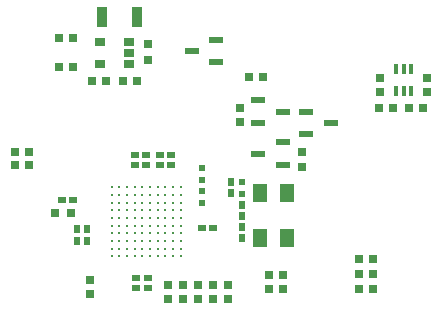
<source format=gbp>
%FSLAX43Y43*%
%MOMM*%
G71*
G01*
G75*
G04 Layer_Color=128*
%ADD10O,0.800X0.400*%
%ADD11R,0.205X0.282*%
%ADD12R,0.600X0.900*%
%ADD13C,0.800*%
%ADD14R,0.650X0.800*%
%ADD15R,0.800X0.650*%
%ADD16R,0.600X0.550*%
%ADD17R,0.550X0.600*%
%ADD18R,0.500X0.650*%
%ADD19R,1.200X1.200*%
%ADD20R,1.000X2.250*%
%ADD21R,0.900X0.600*%
%ADD22R,0.500X0.600*%
%ADD23R,0.650X0.500*%
%ADD24R,0.700X0.700*%
%ADD25R,0.305X0.584*%
%ADD26R,0.350X0.700*%
%ADD27R,1.100X0.600*%
%ADD28R,1.100X1.000*%
%ADD29R,1.200X1.200*%
%ADD30R,1.300X1.400*%
%ADD31R,0.850X0.300*%
%ADD32O,0.280X0.800*%
%ADD33O,0.800X0.280*%
%ADD34R,7.650X7.650*%
%ADD35R,1.300X1.600*%
%ADD36R,1.100X1.300*%
%ADD37R,2.300X1.900*%
%ADD38R,0.400X1.400*%
%ADD39R,1.775X1.900*%
%ADD40R,0.600X1.000*%
G04:AMPARAMS|DCode=41|XSize=0.205mm|YSize=0.282mm|CornerRadius=0mm|HoleSize=0mm|Usage=FLASHONLY|Rotation=225.000|XOffset=0mm|YOffset=0mm|HoleType=Round|Shape=Rectangle|*
%AMROTATEDRECTD41*
4,1,4,-0.027,0.172,0.172,-0.027,0.027,-0.172,-0.172,0.027,-0.027,0.172,0.0*
%
%ADD41ROTATEDRECTD41*%

G04:AMPARAMS|DCode=42|XSize=0.205mm|YSize=0.282mm|CornerRadius=0mm|HoleSize=0mm|Usage=FLASHONLY|Rotation=135.000|XOffset=0mm|YOffset=0mm|HoleType=Round|Shape=Rectangle|*
%AMROTATEDRECTD42*
4,1,4,0.172,0.027,-0.027,-0.172,-0.172,-0.027,0.027,0.172,0.172,0.027,0.0*
%
%ADD42ROTATEDRECTD42*%

%ADD43R,0.282X0.205*%
%ADD44C,0.216*%
%ADD45C,0.150*%
%ADD46C,0.125*%
%ADD47C,0.160*%
%ADD48C,0.300*%
%ADD49C,0.200*%
%ADD50C,0.180*%
%ADD51C,0.254*%
%ADD52R,0.216X2.303*%
%ADD53R,2.386X0.197*%
%ADD54R,0.598X0.716*%
%ADD55R,0.600X0.670*%
%ADD56R,0.763X0.125*%
%ADD57R,0.601X0.571*%
%ADD58R,1.650X0.550*%
%ADD59R,2.025X0.450*%
%ADD60R,0.350X3.200*%
%ADD61R,0.450X2.959*%
%ADD62C,3.600*%
%ADD63R,1.700X1.700*%
%ADD64C,1.700*%
%ADD65R,1.700X1.700*%
%ADD66C,1.270*%
%ADD67C,2.400*%
%ADD68C,0.550*%
%ADD69C,0.350*%
%ADD70C,0.380*%
%ADD71C,0.500*%
G04:AMPARAMS|DCode=72|XSize=4.224mm|YSize=4.224mm|CornerRadius=0mm|HoleSize=0mm|Usage=FLASHONLY|Rotation=0.000|XOffset=0mm|YOffset=0mm|HoleType=Round|Shape=Relief|Width=0.254mm|Gap=0.254mm|Entries=4|*
%AMTHD72*
7,0,0,4.224,3.716,0.254,45*
%
%ADD72THD72*%
%ADD73C,1.400*%
G04:AMPARAMS|DCode=74|XSize=2.524mm|YSize=2.524mm|CornerRadius=0mm|HoleSize=0mm|Usage=FLASHONLY|Rotation=0.000|XOffset=0mm|YOffset=0mm|HoleType=Round|Shape=Relief|Width=0.254mm|Gap=0.254mm|Entries=4|*
%AMTHD74*
7,0,0,2.524,2.016,0.254,45*
%
%ADD74THD74*%
%ADD75C,1.600*%
G04:AMPARAMS|DCode=76|XSize=2.724mm|YSize=2.724mm|CornerRadius=0mm|HoleSize=0mm|Usage=FLASHONLY|Rotation=0.000|XOffset=0mm|YOffset=0mm|HoleType=Round|Shape=Relief|Width=0.254mm|Gap=0.254mm|Entries=4|*
%AMTHD76*
7,0,0,2.724,2.216,0.254,45*
%
%ADD76THD76*%
%ADD77C,1.900*%
G04:AMPARAMS|DCode=78|XSize=3.124mm|YSize=3.124mm|CornerRadius=0mm|HoleSize=0mm|Usage=FLASHONLY|Rotation=0.000|XOffset=0mm|YOffset=0mm|HoleType=Round|Shape=Relief|Width=0.254mm|Gap=0.254mm|Entries=4|*
%AMTHD78*
7,0,0,3.124,2.616,0.254,45*
%
%ADD78THD78*%
%ADD79C,0.650*%
%ADD80C,3.100*%
%ADD81C,2.000*%
%ADD82R,1.300X0.600*%
%ADD83R,0.950X1.750*%
%ADD84R,0.762X0.762*%
%ADD85R,0.350X0.850*%
%ADD86C,0.280*%
%ADD87R,0.900X0.650*%
%ADD88R,1.300X1.600*%
%ADD89C,0.400*%
%ADD90C,0.250*%
%ADD91C,1.000*%
%ADD92C,0.102*%
%ADD93C,0.100*%
%ADD94C,0.112*%
%ADD95R,0.800X1.000*%
%ADD96R,0.875X0.550*%
%ADD97R,2.100X2.100*%
%ADD98R,2.100X2.100*%
%ADD99R,1.750X1.750*%
%ADD100R,1.800X1.800*%
%ADD101R,1.800X2.000*%
%ADD102R,2.000X1.800*%
%ADD103R,1.700X1.700*%
%ADD104R,0.300X0.400*%
%ADD105O,0.220X0.740*%
%ADD106O,0.740X0.220*%
%ADD107R,2.050X2.050*%
%ADD108R,1.800X0.700*%
%ADD109O,0.900X0.500*%
%ADD110R,0.332X0.408*%
%ADD111R,0.700X1.000*%
%ADD112C,0.900*%
%ADD113R,0.750X0.900*%
%ADD114R,0.900X0.750*%
%ADD115R,0.700X0.650*%
%ADD116R,0.650X0.700*%
%ADD117R,0.600X0.750*%
%ADD118R,1.300X1.300*%
%ADD119R,1.100X2.350*%
%ADD120R,1.000X0.700*%
%ADD121R,0.600X0.700*%
%ADD122R,0.750X0.600*%
%ADD123R,0.800X0.800*%
%ADD124R,0.405X0.684*%
%ADD125R,0.450X0.800*%
%ADD126R,1.200X0.700*%
%ADD127R,1.200X1.100*%
%ADD128R,1.300X1.300*%
%ADD129R,1.400X1.500*%
%ADD130R,0.950X0.400*%
%ADD131R,1.400X1.700*%
%ADD132R,1.200X1.400*%
%ADD133R,2.400X2.000*%
%ADD134R,0.500X1.500*%
%ADD135R,1.875X2.000*%
%ADD136R,0.700X1.100*%
G04:AMPARAMS|DCode=137|XSize=0.332mm|YSize=0.408mm|CornerRadius=0mm|HoleSize=0mm|Usage=FLASHONLY|Rotation=225.000|XOffset=0mm|YOffset=0mm|HoleType=Round|Shape=Rectangle|*
%AMROTATEDRECTD137*
4,1,4,-0.027,0.261,0.261,-0.027,0.027,-0.261,-0.261,0.027,-0.027,0.261,0.0*
%
%ADD137ROTATEDRECTD137*%

G04:AMPARAMS|DCode=138|XSize=0.332mm|YSize=0.408mm|CornerRadius=0mm|HoleSize=0mm|Usage=FLASHONLY|Rotation=135.000|XOffset=0mm|YOffset=0mm|HoleType=Round|Shape=Rectangle|*
%AMROTATEDRECTD138*
4,1,4,0.261,0.027,-0.027,-0.261,-0.261,-0.027,0.027,0.261,0.261,0.027,0.0*
%
%ADD138ROTATEDRECTD138*%

%ADD139R,0.408X0.332*%
%ADD140C,3.700*%
%ADD141R,1.800X1.800*%
%ADD142C,1.800*%
%ADD143R,1.800X1.800*%
%ADD144C,1.370*%
%ADD145C,2.500*%
%ADD146R,1.400X0.700*%
%ADD147R,1.050X1.850*%
%ADD148R,0.862X0.862*%
%ADD149R,0.450X0.950*%
%ADD150R,1.080X0.830*%
%ADD151R,1.400X1.700*%
D14*
X-29750Y-25725D02*
D03*
Y-26925D02*
D03*
X-18050Y-27300D02*
D03*
Y-26100D02*
D03*
X-19325Y-27300D02*
D03*
Y-26100D02*
D03*
X-20600Y-27300D02*
D03*
Y-26100D02*
D03*
X-21875Y-27300D02*
D03*
Y-26100D02*
D03*
X-23150Y-27300D02*
D03*
Y-26100D02*
D03*
X-17100Y-11100D02*
D03*
Y-12300D02*
D03*
X-11800Y-14900D02*
D03*
Y-16100D02*
D03*
X-1200Y-8600D02*
D03*
Y-9800D02*
D03*
X-5200Y-9800D02*
D03*
Y-8600D02*
D03*
D15*
X-36100Y-16000D02*
D03*
X-34900D02*
D03*
X-14600Y-25250D02*
D03*
X-13400D02*
D03*
X-14600Y-26500D02*
D03*
X-13400D02*
D03*
X-28400Y-8850D02*
D03*
X-29600D02*
D03*
X-25800D02*
D03*
X-27000D02*
D03*
X-15150Y-8500D02*
D03*
X-16350D02*
D03*
X-32400Y-5200D02*
D03*
X-31200D02*
D03*
X-5800Y-23925D02*
D03*
X-7000D02*
D03*
X-5800Y-25200D02*
D03*
X-7000D02*
D03*
X-5800Y-26500D02*
D03*
X-7000D02*
D03*
X-5300Y-11100D02*
D03*
X-4100D02*
D03*
X-2800D02*
D03*
X-1600D02*
D03*
X-31200Y-7700D02*
D03*
X-32400D02*
D03*
X-34900Y-14850D02*
D03*
X-36100D02*
D03*
D17*
X-16900Y-18400D02*
D03*
Y-17400D02*
D03*
X-20300Y-18200D02*
D03*
Y-19200D02*
D03*
Y-17200D02*
D03*
Y-16200D02*
D03*
D18*
X-30875Y-22375D02*
D03*
Y-21425D02*
D03*
X-30000Y-22375D02*
D03*
Y-21425D02*
D03*
X-17800Y-18375D02*
D03*
Y-17425D02*
D03*
X-16900Y-20275D02*
D03*
Y-19325D02*
D03*
Y-21225D02*
D03*
Y-22175D02*
D03*
D23*
X-24900Y-26400D02*
D03*
X-25850D02*
D03*
X-24900Y-25500D02*
D03*
X-25850D02*
D03*
X-19325Y-21300D02*
D03*
X-20275D02*
D03*
X-22925Y-16000D02*
D03*
X-23875D02*
D03*
X-22925Y-15100D02*
D03*
X-23875D02*
D03*
X-25025Y-16000D02*
D03*
X-25975D02*
D03*
Y-15100D02*
D03*
X-25025D02*
D03*
X-32150Y-18900D02*
D03*
X-31200D02*
D03*
D24*
X-31375Y-20000D02*
D03*
X-32775D02*
D03*
D82*
X-11450Y-13350D02*
D03*
Y-11450D02*
D03*
X-9350Y-12400D02*
D03*
X-15550Y-12400D02*
D03*
Y-10500D02*
D03*
X-13450Y-11450D02*
D03*
Y-14050D02*
D03*
Y-15950D02*
D03*
X-15550Y-15000D02*
D03*
X-21175Y-6325D02*
D03*
X-19075Y-7275D02*
D03*
Y-5375D02*
D03*
D83*
X-28775Y-3450D02*
D03*
X-25825D02*
D03*
D84*
X-24900Y-7098D02*
D03*
Y-5701D02*
D03*
D85*
X-3875Y-7875D02*
D03*
X-3225D02*
D03*
X-2575D02*
D03*
Y-9725D02*
D03*
X-3225D02*
D03*
X-3875D02*
D03*
D86*
X-27950Y-17850D02*
D03*
X-27300D02*
D03*
X-26650D02*
D03*
X-26000D02*
D03*
X-25350D02*
D03*
X-24700D02*
D03*
X-24050D02*
D03*
X-23400D02*
D03*
X-22750D02*
D03*
X-22100D02*
D03*
X-27950Y-18500D02*
D03*
X-27300D02*
D03*
X-26650D02*
D03*
X-26000D02*
D03*
X-25350D02*
D03*
X-24700D02*
D03*
X-24050D02*
D03*
X-23400D02*
D03*
X-22750D02*
D03*
X-22100D02*
D03*
X-27950Y-19150D02*
D03*
X-27300D02*
D03*
X-26650D02*
D03*
X-26000D02*
D03*
X-25350D02*
D03*
X-24700D02*
D03*
X-24050D02*
D03*
X-23400D02*
D03*
X-22750D02*
D03*
X-27950Y-19800D02*
D03*
X-27300D02*
D03*
X-26650D02*
D03*
X-26000D02*
D03*
X-25350D02*
D03*
X-24700D02*
D03*
X-24050D02*
D03*
X-23400D02*
D03*
X-22750D02*
D03*
X-27950Y-20450D02*
D03*
X-27300D02*
D03*
X-26650D02*
D03*
X-26000D02*
D03*
X-25350D02*
D03*
X-24700D02*
D03*
X-24050D02*
D03*
X-23400D02*
D03*
X-22750D02*
D03*
X-27950Y-21750D02*
D03*
X-27300D02*
D03*
X-26650D02*
D03*
X-26000D02*
D03*
X-25350D02*
D03*
X-24700D02*
D03*
X-24050D02*
D03*
X-23400D02*
D03*
X-22750D02*
D03*
X-27950Y-22400D02*
D03*
X-27300D02*
D03*
X-26650D02*
D03*
X-26000D02*
D03*
X-25350D02*
D03*
X-24700D02*
D03*
X-24050D02*
D03*
X-23400D02*
D03*
X-22750D02*
D03*
X-27950Y-23050D02*
D03*
X-27300D02*
D03*
X-26650D02*
D03*
X-26000D02*
D03*
X-25350D02*
D03*
X-24700D02*
D03*
X-24050D02*
D03*
X-23400D02*
D03*
X-22750D02*
D03*
X-27950Y-23700D02*
D03*
X-27300D02*
D03*
X-26650D02*
D03*
X-26000D02*
D03*
X-25350D02*
D03*
X-24700D02*
D03*
X-24050D02*
D03*
X-23400D02*
D03*
X-22750D02*
D03*
X-27950Y-21100D02*
D03*
X-27300D02*
D03*
X-26650D02*
D03*
X-26000D02*
D03*
X-25350D02*
D03*
X-24700D02*
D03*
X-24050D02*
D03*
X-23400D02*
D03*
X-22750D02*
D03*
X-22100D02*
D03*
Y-19150D02*
D03*
Y-19800D02*
D03*
Y-20450D02*
D03*
Y-21750D02*
D03*
Y-22400D02*
D03*
Y-23050D02*
D03*
Y-23700D02*
D03*
D87*
X-26500Y-5550D02*
D03*
Y-6500D02*
D03*
Y-7450D02*
D03*
X-28900D02*
D03*
Y-5550D02*
D03*
D88*
X-13100Y-22150D02*
D03*
Y-18350D02*
D03*
X-15400D02*
D03*
Y-22150D02*
D03*
M02*

</source>
